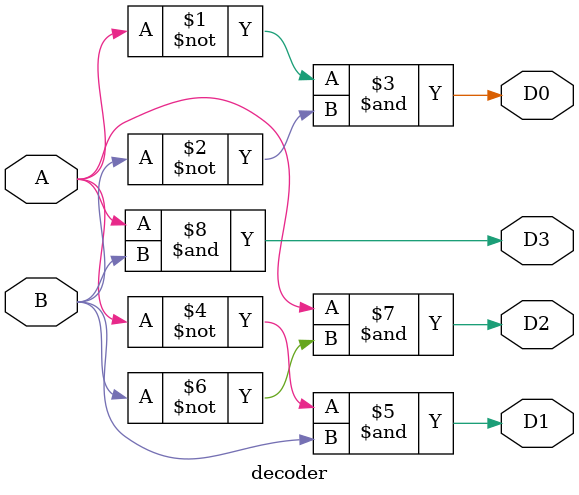
<source format=v>
`timescale 1ns / 1ps

module decoder(
    input A, B,
    output D0, D1, D2, D3
);

    assign D0 = ~A & ~B;
    assign D1 = ~A & B;
    assign D2 = A & ~B;
    assign D3 = A & B;
endmodule

</source>
